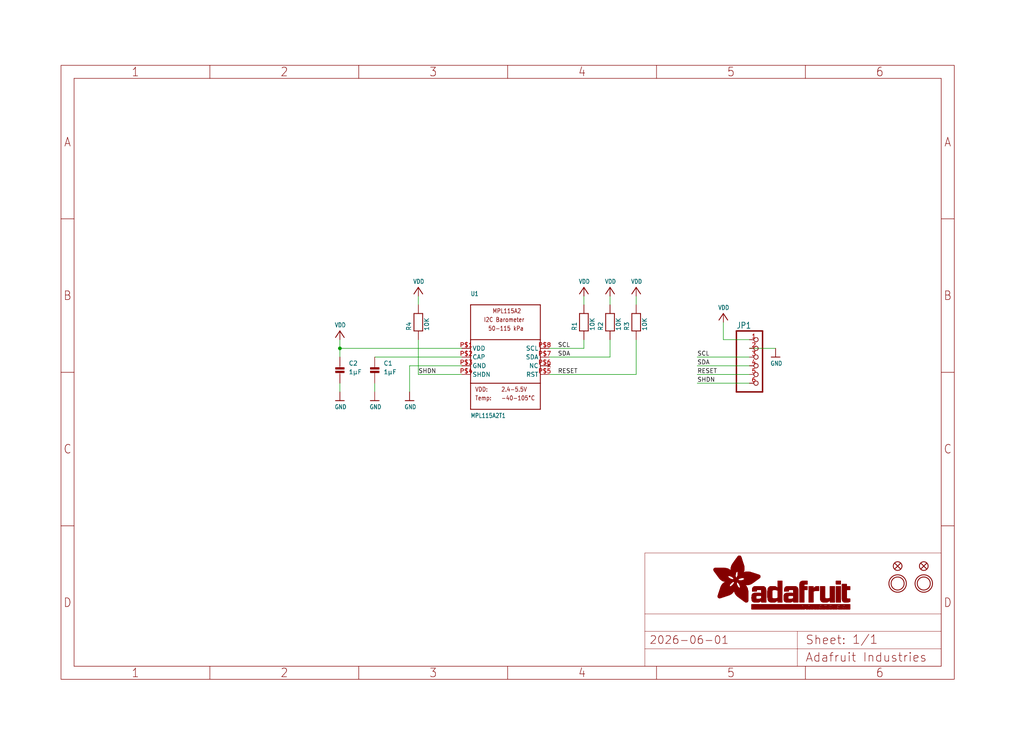
<source format=kicad_sch>
(kicad_sch (version 20230121) (generator eeschema)
  (paper "User" 298.45 217.322)
  (lib_symbols
    (symbol "working-eagle-import:CAP_CERAMIC0805"
      (property "Reference" "C" (at 2.54 2.54 0))
      (symbol "CAP_CERAMIC0805_1_0"
        (pin passive line (at 0 5.08 270) (length 2.54) (name "P$1") (number "1"))
        (pin passive line (at 0 -2.54 90) (length 2.54) (name "P$2") (number "2"))
      )
    )
    (symbol "working-eagle-import:FIDUCIAL{dblquote}{dblquote}")
    (symbol "working-eagle-import:FRAME_A4_ADAFRUIT"
      (symbol "FRAME_A4_ADAFRUIT_1_0"
        (text "${#}/${##}" (at 230.505 10.16 0) (effects (font (size 2.54 2.54)) (justify left bottom)))
        (text "${CURRENT_DATE}" (at 171.45 10.16 0) (effects (font (size 2.286 2.286)) (justify left bottom)))
        (text "${PROJECTNAME}" (at 171.45 15.24 0) (effects (font (size 2.54 2.54)) (justify left bottom)))
        (text "1" (at 21.6958 1.905 0) (effects (font (size 2.54 2.286))))
        (text "1" (at 21.6958 177.165 0) (effects (font (size 2.54 2.286))))
        (text "2" (at 65.0875 1.905 0) (effects (font (size 2.54 2.286))))
        (text "2" (at 65.0875 177.165 0) (effects (font (size 2.54 2.286))))
        (text "3" (at 108.4792 1.905 0) (effects (font (size 2.54 2.286))))
        (text "3" (at 108.4792 177.165 0) (effects (font (size 2.54 2.286))))
        (text "4" (at 151.8708 1.905 0) (effects (font (size 2.54 2.286))))
        (text "4" (at 151.8708 177.165 0) (effects (font (size 2.54 2.286))))
        (text "5" (at 195.2625 1.905 0) (effects (font (size 2.54 2.286))))
        (text "5" (at 195.2625 177.165 0) (effects (font (size 2.54 2.286))))
        (text "6" (at 238.6542 1.905 0) (effects (font (size 2.54 2.286))))
        (text "6" (at 238.6542 177.165 0) (effects (font (size 2.54 2.286))))
        (text "A" (at 1.905 156.6863 0) (effects (font (size 2.54 2.286))))
        (text "A" (at 258.445 156.6863 0) (effects (font (size 2.54 2.286))))
        (text "Adafruit Industries" (at 216.916 4.953 0) (effects (font (size 2.54 2.54)) (justify left bottom)))
        (text "B" (at 1.905 111.9188 0) (effects (font (size 2.54 2.286))))
        (text "B" (at 258.445 111.9188 0) (effects (font (size 2.54 2.286))))
        (text "C" (at 1.905 67.1513 0) (effects (font (size 2.54 2.286))))
        (text "C" (at 258.445 67.1513 0) (effects (font (size 2.54 2.286))))
        (text "D" (at 1.905 22.3838 0) (effects (font (size 2.54 2.286))))
        (text "D" (at 258.445 22.3838 0) (effects (font (size 2.54 2.286))))
        (text "Sheet:" (at 216.916 10.033 0) (effects (font (size 2.54 2.54)) (justify left bottom)))
      )
    )
    (symbol "working-eagle-import:GND" (power)
      (property "Value" "GND" (at -1.524 -2.54 0))
      (symbol "GND_1_0"
        (pin power_in line (at 0 2.54 270) (length 2.54) (name "GND") (number "1"))
      )
    )
    (symbol "working-eagle-import:HEADER-1X670MIL"
      (property "Reference" "JP" (at -6.35 10.795 0))
      (symbol "HEADER-1X670MIL_1_0"
        (pin passive inverted (at -2.54 7.62 0) (length 2.54) (name "1") (number "1"))
        (pin passive inverted (at -2.54 5.08 0) (length 2.54) (name "2") (number "2"))
        (pin passive inverted (at -2.54 2.54 0) (length 2.54) (name "3") (number "3"))
        (pin passive inverted (at -2.54 0 0) (length 2.54) (name "4") (number "4"))
        (pin passive inverted (at -2.54 -2.54 0) (length 2.54) (name "5") (number "5"))
        (pin passive inverted (at -2.54 -5.08 0) (length 2.54) (name "6") (number "6"))
      )
    )
    (symbol "working-eagle-import:MOUNTINGHOLE2.5")
    (symbol "working-eagle-import:MPL115A2"
      (property "Reference" "U" (at -10.16 17.78 0))
      (symbol "MPL115A2_1_0"
        (text "-40-105°C" (at -1.27 -12.7 0) (effects (font (size 1.27 1.0795)) (justify left bottom)))
        (text "2.4-5.5V" (at -1.27 -10.16 0) (effects (font (size 1.27 1.0795)) (justify left bottom)))
        (text "50-115 kPa" (at -5.08 7.62 0) (effects (font (size 1.27 1.0795)) (justify left bottom)))
        (text "I2C Barometer" (at -6.35 10.16 0) (effects (font (size 1.27 1.0795)) (justify left bottom)))
        (text "MPL115A2" (at -3.81 12.7 0) (effects (font (size 1.27 1.0795)) (justify left bottom)))
        (text "Temp:" (at -8.89 -12.7 0) (effects (font (size 1.27 1.0795)) (justify left bottom)))
        (text "VDD:" (at -8.89 -10.16 0) (effects (font (size 1.27 1.0795)) (justify left bottom)))
        (pin power_in line (at -12.7 2.54 0) (length 2.54) (name "VDD") (number "P$1"))
        (pin bidirectional line (at -12.7 0 0) (length 2.54) (name "CAP") (number "P$2"))
        (pin power_in line (at -12.7 -2.54 0) (length 2.54) (name "GND") (number "P$3"))
        (pin bidirectional line (at -12.7 -5.08 0) (length 2.54) (name "SHDN") (number "P$4"))
        (pin bidirectional line (at 12.7 -5.08 180) (length 2.54) (name "RST") (number "P$5"))
        (pin no_connect line (at 12.7 -2.54 180) (length 2.54) (name "NC") (number "P$6"))
        (pin bidirectional line (at 12.7 0 180) (length 2.54) (name "SDA") (number "P$7"))
        (pin bidirectional line (at 12.7 2.54 180) (length 2.54) (name "SCL") (number "P$8"))
      )
    )
    (symbol "working-eagle-import:RESISTOR0805"
      (property "Reference" "R" (at -2.54 2.032 0))
      (symbol "RESISTOR0805_1_0"
        (pin passive line (at -5.08 0 0) (length 2.54) (name "1") (number "1"))
        (pin passive line (at 5.08 0 180) (length 2.54) (name "2") (number "2"))
      )
    )
    (symbol "working-eagle-import:VDD" (power)
      (property "Value" "VDD" (at -1.524 3.556 0))
      (symbol "VDD_1_0"
        (pin power_in line (at 0 0 90) (length 2.54) (name "VDD") (number "1"))
      )
    )
  )
  (junction (at 99.06 101.6))
  (wire (pts (xy 160.02 109.22) (xy 185.42 109.22)) (stroke (width 0.1524)))
  (wire (pts (xy 185.42 88.9) (xy 185.42 86.36)) (stroke (width 0.1524)))
  (wire (pts (xy 185.42 109.22) (xy 185.42 99.06)) (stroke (width 0.1524)))
  (wire (pts (xy 170.18 88.9) (xy 170.18 86.36)) (stroke (width 0.1524)))
  (wire (pts (xy 218.44 101.6) (xy 226.06 101.6)) (stroke (width 0.1524)))
  (wire (pts (xy 170.18 101.6) (xy 170.18 99.06)) (stroke (width 0.1524)))
  (wire (pts (xy 210.82 99.06) (xy 210.82 93.98)) (stroke (width 0.1524)))
  (wire (pts (xy 99.06 101.6) (xy 99.06 104.14)) (stroke (width 0.1524)))
  (wire (pts (xy 218.44 111.76) (xy 203.2 111.76)) (stroke (width 0.1524)))
  (wire (pts (xy 218.44 106.68) (xy 203.2 106.68)) (stroke (width 0.1524)))
  (wire (pts (xy 121.92 109.22) (xy 121.92 99.06)) (stroke (width 0.1524)))
  (wire (pts (xy 134.62 106.68) (xy 119.38 106.68)) (stroke (width 0.1524)))
  (wire (pts (xy 121.92 88.9) (xy 121.92 86.36)) (stroke (width 0.1524)))
  (wire (pts (xy 218.44 104.14) (xy 203.2 104.14)) (stroke (width 0.1524)))
  (wire (pts (xy 109.22 111.76) (xy 109.22 114.3)) (stroke (width 0.1524)))
  (wire (pts (xy 218.44 99.06) (xy 210.82 99.06)) (stroke (width 0.1524)))
  (wire (pts (xy 134.62 104.14) (xy 109.22 104.14)) (stroke (width 0.1524)))
  (wire (pts (xy 134.62 101.6) (xy 99.06 101.6)) (stroke (width 0.1524)))
  (wire (pts (xy 160.02 104.14) (xy 177.8 104.14)) (stroke (width 0.1524)))
  (wire (pts (xy 160.02 101.6) (xy 170.18 101.6)) (stroke (width 0.1524)))
  (wire (pts (xy 119.38 106.68) (xy 119.38 114.3)) (stroke (width 0.1524)))
  (wire (pts (xy 218.44 109.22) (xy 203.2 109.22)) (stroke (width 0.1524)))
  (wire (pts (xy 177.8 88.9) (xy 177.8 86.36)) (stroke (width 0.1524)))
  (wire (pts (xy 177.8 104.14) (xy 177.8 99.06)) (stroke (width 0.1524)))
  (wire (pts (xy 99.06 101.6) (xy 99.06 99.06)) (stroke (width 0.1524)))
  (wire (pts (xy 99.06 111.76) (xy 99.06 114.3)) (stroke (width 0.1524)))
  (wire (pts (xy 134.62 109.22) (xy 121.92 109.22)) (stroke (width 0.1524)))
  (label "SCL" (at 203.2 104.14 0) (effects (font (size 1.2446 1.2446))))
  (label "RESET" (at 162.56 109.22 0) (effects (font (size 1.2446 1.2446))))
  (label "RESET" (at 203.2 109.22 0) (effects (font (size 1.2446 1.2446))))
  (label "SDA" (at 162.56 104.14 0) (effects (font (size 1.2446 1.2446))))
  (label "SHDN" (at 203.2 111.76 0) (effects (font (size 1.2446 1.2446))))
  (label "SCL" (at 162.56 101.6 0) (effects (font (size 1.2446 1.2446))))
  (label "SDA" (at 203.2 106.68 0) (effects (font (size 1.2446 1.2446))))
  (label "SHDN" (at 121.92 109.22 0) (effects (font (size 1.2446 1.2446))))
  (symbol (lib_id "working-eagle-import:MOUNTINGHOLE2.5") (at 269.24 170.18 0) (unit 1)
    (property "Reference" "U$8" (effects hide))
    (property "Value" "MOUNTINGHOLE2.5" (effects hide))
    (property "Footprint" "working:MOUNTINGHOLE_2.5_PLATED" (effects hide))
  )
  (symbol (lib_id "working-eagle-import:HEADER-1X670MIL") (at 220.98 106.68 0) (unit 1)
    (property "Reference" "JP1" (at 214.63 95.885 0) (effects (font (size 1.778 1.5113)) (justify left bottom)))
    (property "Value" "HEADER-1X670MIL" (effects hide))
    (property "Footprint" "working:1X06_ROUND_70" (effects hide))
  )
  (symbol (lib_id "working-eagle-import:RESISTOR0805") (at 177.8 93.98 90) (unit 1)
    (property "Reference" "R2" (at 175.768 96.52 0) (effects (justify left bottom)))
    (property "Value" "10K" (at 180.975 96.52 0) (effects (justify left bottom)))
    (property "Footprint" "working:0805" (effects hide))
  )
  (symbol (lib_id "working-eagle-import:GND") (at 99.06 116.84 0) (unit 1)
    (property "Reference" "#U$11" (effects hide))
    (property "Value" "GND" (at 97.536 119.38 0) (effects (font (size 1.27 1.0795)) (justify left bottom)))
  )
  (symbol (lib_id "working-eagle-import:GND") (at 119.38 116.84 0) (unit 1)
    (property "Reference" "#U$3" (effects hide))
    (property "Value" "GND" (at 117.856 119.38 0) (effects (font (size 1.27 1.0795)) (justify left bottom)))
  )
  (symbol (lib_id "working-eagle-import:VDD") (at 99.06 99.06 0) (unit 1)
    (property "Reference" "#U$2" (effects hide))
    (property "Value" "VDD" (at 97.536 95.504 0) (effects (font (size 1.27 1.0795)) (justify left bottom)))
  )
  (symbol (lib_id "working-eagle-import:FIDUCIAL{dblquote}{dblquote}") (at 269.24 165.1 0) (unit 1)
    (property "Reference" "FID1" (effects hide))
    (property "Value" "FIDUCIAL{dblquote}{dblquote}" (effects hide))
    (property "Footprint" "working:FIDUCIAL_1MM" (effects hide))
  )
  (symbol (lib_id "working-eagle-import:GND") (at 109.22 116.84 0) (unit 1)
    (property "Reference" "#U$10" (effects hide))
    (property "Value" "GND" (at 107.696 119.38 0) (effects (font (size 1.27 1.0795)) (justify left bottom)))
  )
  (symbol (lib_id "working-eagle-import:VDD") (at 210.82 93.98 0) (unit 1)
    (property "Reference" "#U$6" (effects hide))
    (property "Value" "VDD" (at 209.296 90.424 0) (effects (font (size 1.27 1.0795)) (justify left bottom)))
  )
  (symbol (lib_id "working-eagle-import:MPL115A2") (at 147.32 104.14 0) (unit 1)
    (property "Reference" "U1" (at 137.16 86.36 0) (effects (font (size 1.27 1.0795)) (justify left bottom)))
    (property "Value" "MPL115A2T1" (at 137.16 121.92 0) (effects (font (size 1.27 1.0795)) (justify left bottom)))
    (property "Footprint" "working:LGA8" (effects hide))
  )
  (symbol (lib_id "working-eagle-import:CAP_CERAMIC0805") (at 99.06 109.22 0) (unit 1)
    (property "Reference" "C2" (at 101.6 106.68 0) (effects (justify left bottom)))
    (property "Value" "1µF" (at 101.6 109.22 0) (effects (justify left bottom)))
    (property "Footprint" "working:0805" (effects hide))
  )
  (symbol (lib_id "working-eagle-import:VDD") (at 185.42 86.36 0) (unit 1)
    (property "Reference" "#U$13" (effects hide))
    (property "Value" "VDD" (at 183.896 82.804 0) (effects (font (size 1.27 1.0795)) (justify left bottom)))
  )
  (symbol (lib_id "working-eagle-import:FRAME_A4_ADAFRUIT") (at 17.78 198.12 0) (unit 1)
    (property "Reference" "#U$1" (effects hide))
    (property "Value" "FRAME_A4_ADAFRUIT" (effects hide))
  )
  (symbol (lib_id "working-eagle-import:RESISTOR0805") (at 121.92 93.98 90) (unit 1)
    (property "Reference" "R4" (at 119.888 96.52 0) (effects (justify left bottom)))
    (property "Value" "10K" (at 125.095 96.52 0) (effects (justify left bottom)))
    (property "Footprint" "working:0805" (effects hide))
  )
  (symbol (lib_id "working-eagle-import:VDD") (at 177.8 86.36 0) (unit 1)
    (property "Reference" "#U$4" (effects hide))
    (property "Value" "VDD" (at 176.276 82.804 0) (effects (font (size 1.27 1.0795)) (justify left bottom)))
  )
  (symbol (lib_id "working-eagle-import:GND") (at 226.06 104.14 0) (unit 1)
    (property "Reference" "#U$7" (effects hide))
    (property "Value" "GND" (at 224.536 106.68 0) (effects (font (size 1.27 1.0795)) (justify left bottom)))
  )
  (symbol (lib_id "working-eagle-import:VDD") (at 121.92 86.36 0) (unit 1)
    (property "Reference" "#U$12" (effects hide))
    (property "Value" "VDD" (at 120.396 82.804 0) (effects (font (size 1.27 1.0795)) (justify left bottom)))
  )
  (symbol (lib_id "working-eagle-import:CAP_CERAMIC0805") (at 109.22 109.22 0) (unit 1)
    (property "Reference" "C1" (at 111.76 106.68 0) (effects (justify left bottom)))
    (property "Value" "1µF" (at 111.76 109.22 0) (effects (justify left bottom)))
    (property "Footprint" "working:0805" (effects hide))
  )
  (symbol (lib_id "working-eagle-import:VDD") (at 170.18 86.36 0) (unit 1)
    (property "Reference" "#U$5" (effects hide))
    (property "Value" "VDD" (at 168.656 82.804 0) (effects (font (size 1.27 1.0795)) (justify left bottom)))
  )
  (symbol (lib_id "working-eagle-import:FIDUCIAL{dblquote}{dblquote}") (at 261.62 165.1 0) (unit 1)
    (property "Reference" "FID2" (effects hide))
    (property "Value" "FIDUCIAL{dblquote}{dblquote}" (effects hide))
    (property "Footprint" "working:FIDUCIAL_1MM" (effects hide))
  )
  (symbol (lib_id "working-eagle-import:RESISTOR0805") (at 170.18 93.98 90) (unit 1)
    (property "Reference" "R1" (at 168.148 96.52 0) (effects (justify left bottom)))
    (property "Value" "10K" (at 173.355 96.52 0) (effects (justify left bottom)))
    (property "Footprint" "working:0805" (effects hide))
  )
  (symbol (lib_id "working-eagle-import:RESISTOR0805") (at 185.42 93.98 90) (unit 1)
    (property "Reference" "R3" (at 183.388 96.52 0) (effects (justify left bottom)))
    (property "Value" "10K" (at 188.595 96.52 0) (effects (justify left bottom)))
    (property "Footprint" "working:0805" (effects hide))
  )
  (symbol (lib_id "working-eagle-import:MOUNTINGHOLE2.5") (at 261.62 170.18 0) (unit 1)
    (property "Reference" "U$9" (effects hide))
    (property "Value" "MOUNTINGHOLE2.5" (effects hide))
    (property "Footprint" "working:MOUNTINGHOLE_2.5_PLATED" (effects hide))
  )
)
</source>
